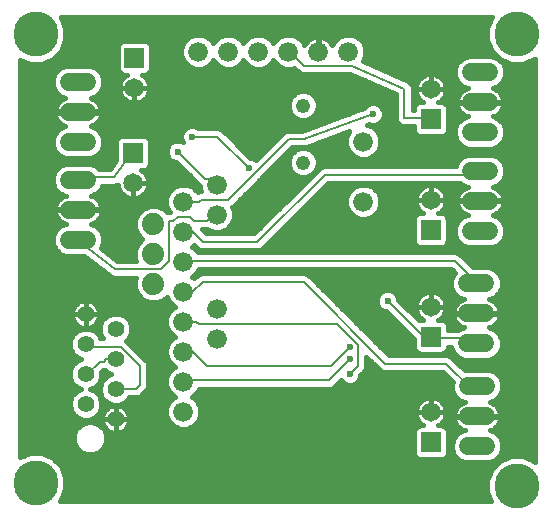
<source format=gbl>
G75*
G70*
%OFA0B0*%
%FSLAX24Y24*%
%IPPOS*%
%LPD*%
%AMOC8*
5,1,8,0,0,1.08239X$1,22.5*
%
%ADD10C,0.0480*%
%ADD11C,0.0600*%
%ADD12R,0.0650X0.0650*%
%ADD13C,0.0650*%
%ADD14C,0.0660*%
%ADD15C,0.0560*%
%ADD16C,0.0740*%
%ADD17C,0.0079*%
%ADD18C,0.0236*%
%ADD19C,0.0160*%
%ADD20C,0.1502*%
D10*
X012008Y012403D03*
X012008Y014303D03*
D11*
X017606Y014414D02*
X018206Y014414D01*
X018206Y015414D02*
X017606Y015414D01*
X017606Y013414D02*
X018206Y013414D01*
X018208Y012128D02*
X017608Y012128D01*
X017608Y011128D02*
X018208Y011128D01*
X018208Y010128D02*
X017608Y010128D01*
X017483Y008378D02*
X018083Y008378D01*
X018083Y007378D02*
X017483Y007378D01*
X017483Y006378D02*
X018083Y006378D01*
X018106Y004950D02*
X017506Y004950D01*
X017506Y003950D02*
X018106Y003950D01*
X018106Y002950D02*
X017506Y002950D01*
X004808Y009831D02*
X004208Y009831D01*
X004208Y010831D02*
X004808Y010831D01*
X004808Y011831D02*
X004208Y011831D01*
X004200Y013088D02*
X004800Y013088D01*
X004800Y014088D02*
X004200Y014088D01*
X004200Y015088D02*
X004800Y015088D01*
D12*
X006383Y015903D03*
X006333Y012728D03*
X016258Y013853D03*
X016258Y010153D03*
X016258Y006603D03*
X016258Y003078D03*
D13*
X016258Y004078D03*
X016258Y007603D03*
X016258Y011153D03*
X016258Y014853D03*
X006383Y014903D03*
X006333Y011728D03*
D14*
X008008Y011103D03*
X009133Y010666D03*
X008008Y010103D03*
X008008Y009103D03*
X008008Y008103D03*
X008008Y007103D03*
X009133Y007541D03*
X009133Y006541D03*
X008008Y006103D03*
X008008Y005103D03*
X008008Y004103D03*
X014008Y011103D03*
X014008Y013103D03*
X013508Y016103D03*
X012508Y016103D03*
X011508Y016103D03*
X010508Y016103D03*
X009508Y016103D03*
X008508Y016103D03*
X009133Y011666D03*
D15*
X004758Y007353D03*
X005758Y006853D03*
X004758Y006353D03*
X005758Y005853D03*
X004758Y005353D03*
X005758Y004853D03*
X004758Y004353D03*
X005758Y003853D03*
D16*
X007008Y008353D03*
X007008Y009353D03*
X007008Y010353D03*
D17*
X007538Y010463D02*
X007678Y010463D01*
X007818Y010603D01*
X008238Y010603D01*
X008378Y010463D01*
X008798Y010463D01*
X009008Y010673D01*
X009078Y010673D01*
X009133Y010666D01*
X009498Y011163D02*
X008588Y011163D01*
X008518Y011093D01*
X008028Y011093D01*
X008008Y011103D01*
X007538Y010463D02*
X007538Y009133D01*
X007258Y008853D01*
X005718Y008853D01*
X004424Y009847D01*
X004508Y009831D01*
X004508Y011831D02*
X004516Y011919D01*
X005706Y011919D01*
X006278Y012703D01*
X006333Y012728D01*
X007818Y012773D02*
X008728Y011863D01*
X008938Y011863D01*
X009078Y011723D01*
X009133Y011666D01*
X009498Y011163D02*
X011528Y013193D01*
X012018Y013193D01*
X014328Y014027D01*
X015378Y013893D02*
X016218Y013893D01*
X016258Y013853D01*
X015378Y013893D02*
X015378Y014873D01*
X013628Y015639D01*
X012018Y015639D01*
X011528Y016133D01*
X011508Y016103D01*
X009148Y013263D02*
X008308Y013263D01*
X009148Y013263D02*
X010198Y012213D01*
X010478Y009763D02*
X012718Y012003D01*
X017828Y012003D01*
X017898Y012073D01*
X017908Y012128D01*
X017058Y009133D02*
X008028Y009133D01*
X008008Y009103D01*
X008658Y009763D02*
X008308Y010113D01*
X008028Y010113D01*
X008008Y010103D01*
X008658Y009763D02*
X010478Y009763D01*
X012018Y008433D02*
X008658Y008433D01*
X008308Y008083D01*
X008028Y008083D01*
X008008Y008103D01*
X008008Y007103D02*
X008448Y007103D01*
X008518Y007033D01*
X013138Y007033D01*
X013838Y006333D01*
X013838Y005633D01*
X013558Y005353D01*
X013558Y005843D02*
X012858Y005143D01*
X008028Y005143D01*
X008008Y005103D01*
X008798Y005633D02*
X008308Y006123D01*
X008028Y006123D01*
X008008Y006103D01*
X008798Y005633D02*
X012928Y005633D01*
X013558Y006263D01*
X014748Y005703D02*
X012018Y008433D01*
X014818Y007803D02*
X016008Y006613D01*
X016218Y006613D01*
X016258Y006603D01*
X016288Y006543D01*
X017618Y006543D01*
X017783Y006378D01*
X016778Y005703D02*
X014748Y005703D01*
X016778Y005703D02*
X017688Y004793D01*
X017806Y004950D01*
X017783Y008378D02*
X017758Y008433D01*
X017058Y009133D01*
X006558Y005633D02*
X006558Y004989D01*
X006433Y004863D01*
X005788Y004863D01*
X005758Y004853D01*
X005228Y005773D02*
X004808Y005353D01*
X004758Y005353D01*
X005228Y005773D02*
X005368Y005773D01*
X005438Y005843D01*
X005718Y005843D01*
X005758Y005853D01*
X005928Y006263D02*
X006558Y005633D01*
X005928Y006263D02*
X004878Y006263D01*
X004808Y006333D01*
X004758Y006353D01*
D18*
X010198Y012213D03*
X008308Y013263D03*
X007818Y012773D03*
X007320Y013219D03*
X014328Y014027D03*
X014818Y007803D03*
X013558Y006263D03*
X013558Y005843D03*
X013558Y005353D03*
D19*
X013867Y005162D02*
X016924Y005162D01*
X016985Y005101D02*
X016966Y005057D01*
X016966Y004843D01*
X017049Y004644D01*
X017201Y004492D01*
X017386Y004416D01*
X017322Y004395D01*
X017255Y004361D01*
X017194Y004316D01*
X017140Y004263D01*
X017096Y004202D01*
X017062Y004134D01*
X017038Y004062D01*
X017026Y003988D01*
X017026Y003970D01*
X017786Y003970D01*
X017786Y003930D01*
X017026Y003930D01*
X017026Y003912D01*
X017038Y003838D01*
X017062Y003766D01*
X017096Y003699D01*
X017140Y003637D01*
X017194Y003584D01*
X017255Y003540D01*
X017322Y003505D01*
X017386Y003485D01*
X017201Y003408D01*
X017049Y003256D01*
X016966Y003057D01*
X016966Y002843D01*
X017049Y002644D01*
X017201Y002492D01*
X017399Y002410D01*
X018214Y002410D01*
X018412Y002492D01*
X018564Y002644D01*
X018646Y002843D01*
X018646Y003057D01*
X018564Y003256D01*
X018412Y003408D01*
X018227Y003485D01*
X018291Y003505D01*
X018358Y003540D01*
X018419Y003584D01*
X018473Y003637D01*
X018517Y003699D01*
X018551Y003766D01*
X018575Y003838D01*
X018586Y003912D01*
X018586Y003930D01*
X017826Y003930D01*
X017826Y003970D01*
X018586Y003970D01*
X018586Y003988D01*
X018575Y004062D01*
X018551Y004134D01*
X018517Y004202D01*
X018473Y004263D01*
X018419Y004316D01*
X018358Y004361D01*
X018291Y004395D01*
X018227Y004416D01*
X018412Y004492D01*
X018564Y004644D01*
X018646Y004843D01*
X018646Y005057D01*
X018564Y005256D01*
X018412Y005408D01*
X018214Y005490D01*
X017399Y005490D01*
X017390Y005486D01*
X017015Y005861D01*
X016936Y005940D01*
X016834Y005983D01*
X014864Y005983D01*
X012255Y008591D01*
X012176Y008670D01*
X012074Y008713D01*
X008602Y008713D01*
X008500Y008670D01*
X008374Y008544D01*
X008331Y008586D01*
X008290Y008603D01*
X008331Y008620D01*
X008491Y008780D01*
X008522Y008854D01*
X016942Y008854D01*
X017069Y008728D01*
X017025Y008684D01*
X016943Y008486D01*
X016943Y008271D01*
X017025Y008072D01*
X017177Y007920D01*
X017362Y007844D01*
X017299Y007823D01*
X017231Y007789D01*
X017170Y007744D01*
X017117Y007691D01*
X017072Y007630D01*
X017038Y007562D01*
X017015Y007491D01*
X017003Y007416D01*
X017003Y007398D01*
X017763Y007398D01*
X017763Y007358D01*
X017003Y007358D01*
X017003Y007340D01*
X017015Y007266D01*
X017038Y007194D01*
X017072Y007127D01*
X017117Y007066D01*
X017170Y007012D01*
X017231Y006968D01*
X017299Y006933D01*
X017362Y006913D01*
X017177Y006836D01*
X017164Y006823D01*
X016823Y006823D01*
X016823Y006976D01*
X016786Y007064D01*
X017118Y007064D01*
X017029Y007223D02*
X016592Y007223D01*
X016587Y007218D02*
X016643Y007274D01*
X016690Y007339D01*
X016726Y007409D01*
X016751Y007485D01*
X016763Y007563D01*
X016763Y007603D01*
X016258Y007603D01*
X016258Y007603D01*
X015753Y007603D01*
X015753Y007563D01*
X015765Y007485D01*
X015790Y007409D01*
X015826Y007339D01*
X015873Y007274D01*
X015929Y007218D01*
X015993Y007171D01*
X015999Y007168D01*
X015885Y007168D01*
X015859Y007157D01*
X015176Y007840D01*
X015176Y007874D01*
X015122Y008006D01*
X015021Y008107D01*
X014889Y008161D01*
X014747Y008161D01*
X014615Y008107D01*
X014514Y008006D01*
X014460Y007874D01*
X014460Y007732D01*
X014514Y007600D01*
X014615Y007500D01*
X014747Y007445D01*
X014781Y007445D01*
X015693Y006533D01*
X015693Y006230D01*
X015730Y006142D01*
X015797Y006075D01*
X015885Y006038D01*
X016631Y006038D01*
X016719Y006075D01*
X016786Y006142D01*
X016823Y006230D01*
X016823Y006264D01*
X016946Y006264D01*
X017025Y006072D01*
X017177Y005920D01*
X017376Y005838D01*
X018190Y005838D01*
X018389Y005920D01*
X018541Y006072D01*
X018623Y006271D01*
X018623Y006486D01*
X018541Y006684D01*
X018389Y006836D01*
X018204Y006913D01*
X018267Y006933D01*
X018335Y006968D01*
X018396Y007012D01*
X018449Y007066D01*
X018494Y007127D01*
X018528Y007194D01*
X018551Y007266D01*
X018563Y007340D01*
X018563Y007358D01*
X017803Y007358D01*
X017803Y007398D01*
X018563Y007398D01*
X018563Y007416D01*
X018551Y007491D01*
X018528Y007562D01*
X018494Y007630D01*
X018449Y007691D01*
X018396Y007744D01*
X018335Y007789D01*
X018267Y007823D01*
X018204Y007844D01*
X018389Y007920D01*
X018541Y008072D01*
X018623Y008271D01*
X018623Y008486D01*
X018541Y008684D01*
X018389Y008836D01*
X018190Y008918D01*
X017668Y008918D01*
X017295Y009291D01*
X017216Y009370D01*
X017114Y009413D01*
X008497Y009413D01*
X008491Y009426D01*
X008331Y009586D01*
X008290Y009603D01*
X008331Y009620D01*
X008369Y009658D01*
X008500Y009526D01*
X008602Y009484D01*
X010534Y009484D01*
X010636Y009526D01*
X010715Y009605D01*
X012834Y011724D01*
X017249Y011724D01*
X017302Y011670D01*
X017487Y011594D01*
X017424Y011573D01*
X017356Y011539D01*
X017295Y011494D01*
X017242Y011441D01*
X017197Y011380D01*
X017163Y011312D01*
X017140Y011241D01*
X017128Y011166D01*
X017128Y011148D01*
X017888Y011148D01*
X017888Y011108D01*
X017128Y011108D01*
X017128Y011090D01*
X017140Y011016D01*
X017163Y010944D01*
X017197Y010877D01*
X017242Y010816D01*
X017295Y010762D01*
X017356Y010718D01*
X017424Y010683D01*
X017487Y010663D01*
X017302Y010586D01*
X017150Y010434D01*
X017068Y010236D01*
X017068Y010021D01*
X017150Y009822D01*
X017302Y009670D01*
X017501Y009588D01*
X018315Y009588D01*
X018514Y009670D01*
X018666Y009822D01*
X018748Y010021D01*
X018748Y010236D01*
X018666Y010434D01*
X018514Y010586D01*
X018329Y010663D01*
X018392Y010683D01*
X018460Y010718D01*
X018521Y010762D01*
X018574Y010816D01*
X018619Y010877D01*
X018653Y010944D01*
X018676Y011016D01*
X018688Y011090D01*
X018688Y011108D01*
X017928Y011108D01*
X017928Y011148D01*
X018688Y011148D01*
X018688Y011166D01*
X018676Y011241D01*
X018653Y011312D01*
X018619Y011380D01*
X018574Y011441D01*
X018521Y011494D01*
X018460Y011539D01*
X018392Y011573D01*
X018329Y011594D01*
X018514Y011670D01*
X018666Y011822D01*
X018748Y012021D01*
X018748Y012236D01*
X018666Y012434D01*
X018514Y012586D01*
X018315Y012668D01*
X017501Y012668D01*
X017302Y012586D01*
X017150Y012434D01*
X017087Y012283D01*
X012662Y012283D01*
X012560Y012240D01*
X010362Y010043D01*
X008774Y010043D01*
X008632Y010184D01*
X008809Y010184D01*
X008810Y010183D01*
X009020Y010096D01*
X009246Y010096D01*
X009456Y010183D01*
X009616Y010343D01*
X009703Y010552D01*
X009703Y010779D01*
X009644Y010921D01*
X009656Y010926D01*
X009735Y011005D01*
X011644Y012914D01*
X012012Y012914D01*
X012061Y012912D01*
X012067Y012914D01*
X012074Y012914D01*
X012119Y012933D01*
X013546Y013448D01*
X013525Y013426D01*
X013438Y013217D01*
X013438Y012990D01*
X013525Y012780D01*
X013685Y012620D01*
X013895Y012533D01*
X014121Y012533D01*
X014331Y012620D01*
X014491Y012780D01*
X014578Y012990D01*
X014578Y013217D01*
X014491Y013426D01*
X014331Y013586D01*
X014145Y013664D01*
X014211Y013688D01*
X014257Y013669D01*
X014399Y013669D01*
X014531Y013723D01*
X014632Y013824D01*
X014686Y013956D01*
X014686Y014098D01*
X014632Y014230D01*
X014531Y014330D01*
X014399Y014385D01*
X014257Y014385D01*
X014125Y014330D01*
X014024Y014230D01*
X014017Y014212D01*
X011969Y013473D01*
X011472Y013473D01*
X011370Y013430D01*
X010429Y012489D01*
X010401Y012517D01*
X010269Y012571D01*
X010235Y012571D01*
X009385Y013421D01*
X009306Y013500D01*
X009204Y013543D01*
X008535Y013543D01*
X008511Y013567D01*
X008379Y013621D01*
X008237Y013621D01*
X008105Y013567D01*
X008004Y013466D01*
X007950Y013334D01*
X007950Y013192D01*
X007993Y013088D01*
X007889Y013131D01*
X007747Y013131D01*
X007615Y013077D01*
X007514Y012976D01*
X007460Y012844D01*
X007460Y012702D01*
X007514Y012570D01*
X007615Y012470D01*
X007747Y012415D01*
X007781Y012415D01*
X008491Y011705D01*
X008563Y011633D01*
X008563Y011552D01*
X008608Y011443D01*
X008532Y011443D01*
X008491Y011426D01*
X008331Y011586D01*
X008121Y011673D01*
X007895Y011673D01*
X007685Y011586D01*
X007525Y011426D01*
X007438Y011217D01*
X007438Y010990D01*
X007525Y010780D01*
X007562Y010743D01*
X007482Y010743D01*
X007482Y010742D01*
X007354Y010870D01*
X007129Y010963D01*
X006887Y010963D01*
X006662Y010870D01*
X006491Y010699D01*
X006398Y010475D01*
X006398Y010232D01*
X006491Y010008D01*
X006645Y009853D01*
X006491Y009699D01*
X006398Y009475D01*
X006398Y009232D01*
X006439Y009133D01*
X005813Y009133D01*
X005274Y009546D01*
X005348Y009724D01*
X005348Y009939D01*
X005266Y010137D01*
X005114Y010289D01*
X004929Y010366D01*
X004992Y010386D01*
X005060Y010421D01*
X005121Y010465D01*
X005174Y010519D01*
X005219Y010580D01*
X005253Y010647D01*
X005276Y010719D01*
X005288Y010793D01*
X005288Y010811D01*
X004528Y010811D01*
X004528Y010851D01*
X005288Y010851D01*
X005288Y010869D01*
X005276Y010944D01*
X005253Y011015D01*
X005219Y011083D01*
X005174Y011144D01*
X005121Y011197D01*
X005060Y011242D01*
X004992Y011276D01*
X004929Y011297D01*
X005114Y011373D01*
X005266Y011525D01*
X005313Y011640D01*
X005673Y011640D01*
X005694Y011635D01*
X005728Y011640D01*
X005762Y011640D01*
X005782Y011648D01*
X005804Y011652D01*
X005831Y011668D01*
X005840Y011610D01*
X005865Y011534D01*
X005901Y011464D01*
X005948Y011399D01*
X006004Y011343D01*
X006068Y011296D01*
X006139Y011260D01*
X006215Y011236D01*
X006293Y011223D01*
X006333Y011223D01*
X006373Y011223D01*
X006451Y011236D01*
X006527Y011260D01*
X006598Y011296D01*
X006662Y011343D01*
X006718Y011399D01*
X006765Y011464D01*
X006801Y011534D01*
X006826Y011610D01*
X006838Y011688D01*
X006838Y011728D01*
X006333Y011728D01*
X006333Y011223D01*
X006333Y011728D01*
X006333Y011728D01*
X006333Y011728D01*
X006838Y011728D01*
X006838Y011768D01*
X006826Y011846D01*
X006801Y011922D01*
X006765Y011993D01*
X006718Y012057D01*
X006662Y012113D01*
X006598Y012160D01*
X006592Y012163D01*
X006706Y012163D01*
X006794Y012200D01*
X006861Y012267D01*
X006898Y012355D01*
X006898Y013101D01*
X006861Y013189D01*
X006794Y013257D01*
X006706Y013293D01*
X005960Y013293D01*
X005872Y013257D01*
X005805Y013189D01*
X005768Y013101D01*
X005768Y012478D01*
X005564Y012199D01*
X005204Y012199D01*
X005114Y012289D01*
X004915Y012371D01*
X004101Y012371D01*
X003902Y012289D01*
X003750Y012137D01*
X003668Y011939D01*
X003668Y011724D01*
X003750Y011525D01*
X003902Y011373D01*
X004087Y011297D01*
X004024Y011276D01*
X003956Y011242D01*
X003895Y011197D01*
X003842Y011144D01*
X003797Y011083D01*
X003763Y011015D01*
X003740Y010944D01*
X003728Y010869D01*
X003728Y010851D01*
X004488Y010851D01*
X004488Y010811D01*
X003728Y010811D01*
X003728Y010793D01*
X003740Y010719D01*
X003763Y010647D01*
X003797Y010580D01*
X003842Y010519D01*
X003895Y010465D01*
X003956Y010421D01*
X004024Y010386D01*
X004087Y010366D01*
X003902Y010289D01*
X003750Y010137D01*
X003668Y009939D01*
X003668Y009724D01*
X003750Y009525D01*
X003902Y009373D01*
X004101Y009291D01*
X004689Y009291D01*
X005533Y008643D01*
X005560Y008616D01*
X005577Y008609D01*
X005592Y008598D01*
X005628Y008588D01*
X005662Y008574D01*
X005681Y008574D01*
X005699Y008569D01*
X005736Y008574D01*
X006439Y008574D01*
X006398Y008475D01*
X006398Y008232D01*
X006491Y008008D01*
X006662Y007836D01*
X006887Y007743D01*
X007129Y007743D01*
X007354Y007836D01*
X007458Y007941D01*
X007525Y007780D01*
X007685Y007620D01*
X007726Y007603D01*
X007685Y007586D01*
X007525Y007426D01*
X007438Y007217D01*
X007438Y006990D01*
X007525Y006780D01*
X007685Y006620D01*
X007726Y006603D01*
X007685Y006586D01*
X007525Y006426D01*
X007438Y006217D01*
X007438Y005990D01*
X007525Y005780D01*
X007685Y005620D01*
X007726Y005603D01*
X007685Y005586D01*
X007525Y005426D01*
X007438Y005217D01*
X007438Y004990D01*
X007525Y004780D01*
X007685Y004620D01*
X007726Y004603D01*
X007685Y004586D01*
X007525Y004426D01*
X007438Y004217D01*
X007438Y003990D01*
X007525Y003780D01*
X007685Y003620D01*
X007895Y003533D01*
X008121Y003533D01*
X008331Y003620D01*
X008491Y003780D01*
X008578Y003990D01*
X008578Y004217D01*
X008491Y004426D01*
X008331Y004586D01*
X008290Y004603D01*
X008331Y004620D01*
X008491Y004780D01*
X008526Y004864D01*
X012914Y004864D01*
X013016Y004906D01*
X013095Y004985D01*
X013257Y005147D01*
X013355Y005050D01*
X013487Y004995D01*
X013629Y004995D01*
X013761Y005050D01*
X013862Y005150D01*
X013916Y005282D01*
X013916Y005316D01*
X013996Y005396D01*
X014075Y005475D01*
X014117Y005578D01*
X014117Y005939D01*
X014590Y005466D01*
X014692Y005424D01*
X016662Y005424D01*
X016985Y005101D01*
X016966Y005004D02*
X013650Y005004D01*
X013466Y005004D02*
X013114Y005004D01*
X013921Y005321D02*
X016765Y005321D01*
X017239Y005638D02*
X019728Y005638D01*
X019728Y005796D02*
X017080Y005796D01*
X017143Y005955D02*
X016901Y005955D01*
X017008Y006113D02*
X016757Y006113D01*
X016823Y006906D02*
X017345Y006906D01*
X016786Y007064D02*
X016719Y007132D01*
X016631Y007168D01*
X016517Y007168D01*
X016523Y007171D01*
X016587Y007218D01*
X016712Y007381D02*
X017763Y007381D01*
X017803Y007381D02*
X019728Y007381D01*
X019728Y007223D02*
X018537Y007223D01*
X018448Y007064D02*
X019728Y007064D01*
X019728Y006906D02*
X018221Y006906D01*
X018478Y006747D02*
X019728Y006747D01*
X019728Y006589D02*
X018580Y006589D01*
X018623Y006430D02*
X019728Y006430D01*
X019728Y006272D02*
X018623Y006272D01*
X018558Y006113D02*
X019728Y006113D01*
X019728Y005955D02*
X018423Y005955D01*
X018240Y005479D02*
X019728Y005479D01*
X019728Y005321D02*
X018499Y005321D01*
X018603Y005162D02*
X019728Y005162D01*
X019728Y005004D02*
X018646Y005004D01*
X018646Y004845D02*
X019728Y004845D01*
X019728Y004687D02*
X018582Y004687D01*
X018448Y004528D02*
X019728Y004528D01*
X019728Y004370D02*
X018340Y004370D01*
X018510Y004211D02*
X019728Y004211D01*
X019728Y004053D02*
X018576Y004053D01*
X018584Y003894D02*
X019728Y003894D01*
X019728Y003736D02*
X018536Y003736D01*
X018410Y003577D02*
X019728Y003577D01*
X019728Y003419D02*
X018386Y003419D01*
X018560Y003260D02*
X019728Y003260D01*
X019728Y003102D02*
X018628Y003102D01*
X018646Y002943D02*
X019728Y002943D01*
X019728Y002785D02*
X018622Y002785D01*
X018546Y002626D02*
X019728Y002626D01*
X019728Y002468D02*
X019684Y002468D01*
X019695Y002463D02*
X019331Y002614D01*
X018937Y002614D01*
X018573Y002463D01*
X018294Y002184D01*
X018143Y001820D01*
X018143Y001426D01*
X018266Y001128D01*
X003899Y001128D01*
X003931Y001160D01*
X004082Y001524D01*
X004082Y001918D01*
X003931Y002283D01*
X003652Y002562D01*
X003288Y002713D01*
X002894Y002713D01*
X002573Y002580D01*
X002573Y015824D01*
X002894Y015691D01*
X003288Y015691D01*
X003652Y015842D01*
X003931Y016121D01*
X004082Y016485D01*
X004082Y016879D01*
X003931Y017243D01*
X018294Y017243D01*
X018143Y016879D01*
X018143Y016485D01*
X018294Y016121D01*
X018573Y015842D01*
X018937Y015691D01*
X019331Y015691D01*
X019695Y015842D01*
X019728Y015874D01*
X019728Y002431D01*
X019695Y002463D01*
X018583Y002468D02*
X018353Y002468D01*
X018419Y002309D02*
X003905Y002309D01*
X003986Y002151D02*
X018280Y002151D01*
X018214Y001992D02*
X004051Y001992D01*
X004082Y001834D02*
X018148Y001834D01*
X018143Y001675D02*
X004082Y001675D01*
X004079Y001517D02*
X018143Y001517D01*
X018171Y001358D02*
X004013Y001358D01*
X003947Y001200D02*
X018236Y001200D01*
X017260Y002468D02*
X003746Y002468D01*
X003496Y002626D02*
X015726Y002626D01*
X015730Y002617D02*
X015797Y002550D01*
X015885Y002513D01*
X016631Y002513D01*
X016719Y002550D01*
X016786Y002617D01*
X016823Y002705D01*
X016823Y003451D01*
X016786Y003539D01*
X016719Y003607D01*
X016631Y003643D01*
X016517Y003643D01*
X016523Y003646D01*
X016587Y003693D01*
X016643Y003749D01*
X016690Y003814D01*
X016726Y003884D01*
X016751Y003960D01*
X016763Y004038D01*
X016763Y004078D01*
X016258Y004078D01*
X016258Y004078D01*
X015753Y004078D01*
X015753Y004038D01*
X015765Y003960D01*
X015790Y003884D01*
X015826Y003814D01*
X015873Y003749D01*
X015929Y003693D01*
X015993Y003646D01*
X015999Y003643D01*
X015885Y003643D01*
X015797Y003607D01*
X015730Y003539D01*
X015693Y003451D01*
X015693Y002705D01*
X015730Y002617D01*
X015693Y002785D02*
X005228Y002785D01*
X005205Y002762D02*
X005355Y002912D01*
X005437Y003109D01*
X005437Y003322D01*
X005355Y003519D01*
X005205Y003669D01*
X005008Y003751D01*
X004795Y003751D01*
X004598Y003669D01*
X004448Y003519D01*
X004366Y003322D01*
X004366Y003109D01*
X004448Y002912D01*
X004598Y002762D01*
X004795Y002680D01*
X005008Y002680D01*
X005205Y002762D01*
X005368Y002943D02*
X015693Y002943D01*
X015693Y003102D02*
X005434Y003102D01*
X005437Y003260D02*
X015693Y003260D01*
X015693Y003419D02*
X005909Y003419D01*
X005935Y003427D02*
X005999Y003460D01*
X006058Y003502D01*
X006109Y003554D01*
X006151Y003612D01*
X006184Y003677D01*
X006207Y003746D01*
X006218Y003817D01*
X006218Y003853D01*
X005758Y003853D01*
X005758Y003393D01*
X005794Y003393D01*
X005866Y003405D01*
X005935Y003427D01*
X005758Y003419D02*
X005758Y003419D01*
X005758Y003393D02*
X005758Y003853D01*
X005758Y003853D01*
X005298Y003853D01*
X005298Y003817D01*
X005309Y003746D01*
X005332Y003677D01*
X005365Y003612D01*
X005407Y003554D01*
X005458Y003502D01*
X005517Y003460D01*
X005581Y003427D01*
X005650Y003405D01*
X005722Y003393D01*
X005758Y003393D01*
X005607Y003419D02*
X005397Y003419D01*
X005390Y003577D02*
X005297Y003577D01*
X005313Y003736D02*
X005044Y003736D01*
X005009Y003894D02*
X005299Y003894D01*
X005298Y003889D02*
X005298Y003853D01*
X005758Y003853D01*
X005758Y003853D01*
X005758Y003853D01*
X006218Y003853D01*
X006218Y003889D01*
X006207Y003961D01*
X006184Y004030D01*
X006151Y004094D01*
X006109Y004153D01*
X006058Y004204D01*
X005999Y004247D01*
X005935Y004280D01*
X005866Y004302D01*
X005794Y004313D01*
X005758Y004313D01*
X005758Y003853D01*
X005758Y004313D01*
X005722Y004313D01*
X005650Y004302D01*
X005581Y004280D01*
X005517Y004247D01*
X005458Y004204D01*
X005407Y004153D01*
X005365Y004094D01*
X005332Y004030D01*
X005309Y003961D01*
X005298Y003889D01*
X005343Y004053D02*
X005193Y004053D01*
X005199Y004059D02*
X005278Y004250D01*
X005278Y004457D01*
X005199Y004648D01*
X005053Y004794D01*
X004910Y004853D01*
X005053Y004912D01*
X005199Y005059D01*
X005278Y005250D01*
X005278Y005428D01*
X005344Y005494D01*
X005382Y005494D01*
X005463Y005412D01*
X005606Y005353D01*
X005463Y005294D01*
X005317Y005148D01*
X005238Y004957D01*
X005238Y004750D01*
X005317Y004559D01*
X005463Y004412D01*
X005655Y004333D01*
X005861Y004333D01*
X006053Y004412D01*
X006199Y004559D01*
X006209Y004584D01*
X006488Y004584D01*
X006591Y004626D01*
X006716Y004752D01*
X006795Y004830D01*
X006837Y004933D01*
X006837Y005689D01*
X006795Y005791D01*
X006716Y005870D01*
X006113Y006473D01*
X006199Y006559D01*
X006278Y006750D01*
X006278Y006957D01*
X006199Y007148D01*
X006053Y007294D01*
X005861Y007373D01*
X005655Y007373D01*
X005463Y007294D01*
X005317Y007148D01*
X005238Y006957D01*
X005238Y006750D01*
X005317Y006559D01*
X005333Y006543D01*
X005242Y006543D01*
X005199Y006648D01*
X005053Y006794D01*
X004861Y006873D01*
X004655Y006873D01*
X004463Y006794D01*
X004317Y006648D01*
X004238Y006457D01*
X004238Y006250D01*
X004317Y006059D01*
X004463Y005912D01*
X004606Y005853D01*
X004463Y005794D01*
X004317Y005648D01*
X004238Y005457D01*
X004238Y005250D01*
X004317Y005059D01*
X004463Y004912D01*
X004606Y004853D01*
X004463Y004794D01*
X004317Y004648D01*
X004238Y004457D01*
X004238Y004250D01*
X004317Y004059D01*
X004463Y003912D01*
X004655Y003833D01*
X004861Y003833D01*
X005053Y003912D01*
X005199Y004059D01*
X005262Y004211D02*
X005468Y004211D01*
X005566Y004370D02*
X005278Y004370D01*
X005248Y004528D02*
X005348Y004528D01*
X005264Y004687D02*
X005160Y004687D01*
X005238Y004845D02*
X004929Y004845D01*
X005144Y005004D02*
X005258Y005004D01*
X005242Y005162D02*
X005332Y005162D01*
X005278Y005321D02*
X005528Y005321D01*
X005397Y005479D02*
X005329Y005479D01*
X004469Y005796D02*
X002573Y005796D01*
X002573Y005638D02*
X004313Y005638D01*
X004247Y005479D02*
X002573Y005479D01*
X002573Y005321D02*
X004238Y005321D01*
X004274Y005162D02*
X002573Y005162D01*
X002573Y005004D02*
X004372Y005004D01*
X004587Y004845D02*
X002573Y004845D01*
X002573Y004687D02*
X004356Y004687D01*
X004268Y004528D02*
X002573Y004528D01*
X002573Y004370D02*
X004238Y004370D01*
X004254Y004211D02*
X002573Y004211D01*
X002573Y004053D02*
X004323Y004053D01*
X004507Y003894D02*
X002573Y003894D01*
X002573Y003736D02*
X004759Y003736D01*
X004507Y003577D02*
X002573Y003577D01*
X002573Y003419D02*
X004407Y003419D01*
X004366Y003260D02*
X002573Y003260D01*
X002573Y003102D02*
X004369Y003102D01*
X004435Y002943D02*
X002573Y002943D01*
X002573Y002785D02*
X004575Y002785D01*
X005758Y003577D02*
X005758Y003577D01*
X005758Y003736D02*
X005758Y003736D01*
X005758Y003853D02*
X005758Y003853D01*
X005758Y003894D02*
X005758Y003894D01*
X005758Y004053D02*
X005758Y004053D01*
X005758Y004211D02*
X005758Y004211D01*
X005950Y004370D02*
X007501Y004370D01*
X007438Y004211D02*
X006048Y004211D01*
X006173Y004053D02*
X007438Y004053D01*
X007478Y003894D02*
X006217Y003894D01*
X006203Y003736D02*
X007569Y003736D01*
X007788Y003577D02*
X006126Y003577D01*
X006168Y004528D02*
X007627Y004528D01*
X007618Y004687D02*
X006651Y004687D01*
X006801Y004845D02*
X007498Y004845D01*
X007438Y005004D02*
X006837Y005004D01*
X006837Y005162D02*
X007438Y005162D01*
X007481Y005321D02*
X006837Y005321D01*
X006837Y005479D02*
X007578Y005479D01*
X007667Y005638D02*
X006837Y005638D01*
X006790Y005796D02*
X007518Y005796D01*
X007453Y005955D02*
X006632Y005955D01*
X006473Y006113D02*
X007438Y006113D01*
X007461Y006272D02*
X006315Y006272D01*
X006156Y006430D02*
X007529Y006430D01*
X007691Y006589D02*
X006211Y006589D01*
X006277Y006747D02*
X007558Y006747D01*
X007473Y006906D02*
X006278Y006906D01*
X006233Y007064D02*
X007438Y007064D01*
X007441Y007223D02*
X006124Y007223D01*
X005392Y007223D02*
X005199Y007223D01*
X005207Y007246D02*
X005218Y007317D01*
X005218Y007353D01*
X004758Y007353D01*
X004758Y006893D01*
X004794Y006893D01*
X004866Y006905D01*
X004935Y006927D01*
X004999Y006960D01*
X005058Y007002D01*
X005109Y007054D01*
X005151Y007112D01*
X005184Y007177D01*
X005207Y007246D01*
X005218Y007353D02*
X005218Y007389D01*
X005207Y007461D01*
X005184Y007530D01*
X005151Y007594D01*
X005109Y007653D01*
X005058Y007704D01*
X004999Y007747D01*
X004935Y007780D01*
X004866Y007802D01*
X004794Y007813D01*
X004758Y007813D01*
X004758Y007353D01*
X004758Y007353D01*
X004758Y006893D01*
X004722Y006893D01*
X004650Y006905D01*
X004581Y006927D01*
X004517Y006960D01*
X004458Y007002D01*
X004407Y007054D01*
X004365Y007112D01*
X004332Y007177D01*
X004309Y007246D01*
X004298Y007317D01*
X004298Y007353D01*
X004758Y007353D01*
X004758Y007353D01*
X004758Y007353D01*
X004298Y007353D01*
X004298Y007389D01*
X004309Y007461D01*
X004332Y007530D01*
X004365Y007594D01*
X004407Y007653D01*
X004458Y007704D01*
X004517Y007747D01*
X004581Y007780D01*
X004650Y007802D01*
X004722Y007813D01*
X004758Y007813D01*
X004758Y007353D01*
X005218Y007353D01*
X005218Y007381D02*
X007506Y007381D01*
X007638Y007540D02*
X005179Y007540D01*
X005064Y007698D02*
X007607Y007698D01*
X007493Y007857D02*
X007374Y007857D01*
X006642Y007857D02*
X002573Y007857D01*
X002573Y008015D02*
X006488Y008015D01*
X006422Y008174D02*
X002573Y008174D01*
X002573Y008332D02*
X006398Y008332D01*
X006405Y008491D02*
X002573Y008491D01*
X002573Y008649D02*
X005525Y008649D01*
X005319Y008808D02*
X002573Y008808D01*
X002573Y008966D02*
X005112Y008966D01*
X004906Y009125D02*
X002573Y009125D01*
X002573Y009283D02*
X004700Y009283D01*
X005297Y009600D02*
X006450Y009600D01*
X006398Y009442D02*
X005410Y009442D01*
X005617Y009283D02*
X006398Y009283D01*
X006551Y009759D02*
X005348Y009759D01*
X005348Y009917D02*
X006581Y009917D01*
X006463Y010076D02*
X005291Y010076D01*
X005169Y010234D02*
X006398Y010234D01*
X006398Y010393D02*
X005005Y010393D01*
X005198Y010551D02*
X006430Y010551D01*
X006502Y010710D02*
X005273Y010710D01*
X005288Y010868D02*
X006660Y010868D01*
X006663Y011344D02*
X007491Y011344D01*
X007438Y011185D02*
X005133Y011185D01*
X005042Y011344D02*
X006003Y011344D01*
X005881Y011502D02*
X005243Y011502D01*
X005819Y011661D02*
X005832Y011661D01*
X006333Y011661D02*
X006333Y011661D01*
X006333Y011502D02*
X006333Y011502D01*
X006333Y011344D02*
X006333Y011344D01*
X006785Y011502D02*
X007601Y011502D01*
X007865Y011661D02*
X006834Y011661D01*
X006830Y011819D02*
X008377Y011819D01*
X008535Y011661D02*
X008151Y011661D01*
X008415Y011502D02*
X008584Y011502D01*
X008491Y011426D02*
X008491Y011426D01*
X008218Y011978D02*
X006773Y011978D01*
X006631Y012136D02*
X008060Y012136D01*
X007901Y012295D02*
X006873Y012295D01*
X006898Y012453D02*
X007655Y012453D01*
X007497Y012612D02*
X006898Y012612D01*
X006898Y012770D02*
X007460Y012770D01*
X007495Y012929D02*
X006898Y012929D01*
X006898Y013087D02*
X007640Y013087D01*
X007950Y013246D02*
X006805Y013246D01*
X005861Y013246D02*
X005319Y013246D01*
X005340Y013196D02*
X005258Y013394D01*
X005106Y013546D01*
X004921Y013623D01*
X004984Y013643D01*
X005052Y013678D01*
X005113Y013722D01*
X005166Y013776D01*
X005211Y013837D01*
X005245Y013904D01*
X005268Y013976D01*
X005280Y014050D01*
X005280Y014068D01*
X004520Y014068D01*
X004520Y014108D01*
X005280Y014108D01*
X005280Y014126D01*
X005268Y014201D01*
X005245Y014272D01*
X005211Y014340D01*
X005166Y014401D01*
X005113Y014454D01*
X005052Y014499D01*
X004984Y014533D01*
X004921Y014554D01*
X005106Y014630D01*
X005258Y014782D01*
X005340Y014981D01*
X005340Y015196D01*
X005258Y015394D01*
X005106Y015546D01*
X004907Y015628D01*
X004093Y015628D01*
X003894Y015546D01*
X003742Y015394D01*
X003660Y015196D01*
X003660Y014981D01*
X003742Y014782D01*
X003894Y014630D01*
X004079Y014554D01*
X004016Y014533D01*
X003948Y014499D01*
X003887Y014454D01*
X003834Y014401D01*
X003789Y014340D01*
X003755Y014272D01*
X003732Y014201D01*
X003720Y014126D01*
X003720Y014108D01*
X004480Y014108D01*
X004480Y014068D01*
X003720Y014068D01*
X003720Y014050D01*
X003732Y013976D01*
X003755Y013904D01*
X003789Y013837D01*
X003834Y013776D01*
X003887Y013722D01*
X003948Y013678D01*
X004016Y013643D01*
X004079Y013623D01*
X003894Y013546D01*
X003742Y013394D01*
X003660Y013196D01*
X003660Y012981D01*
X003742Y012782D01*
X003894Y012630D01*
X004093Y012548D01*
X004907Y012548D01*
X005106Y012630D01*
X005258Y012782D01*
X005340Y012981D01*
X005340Y013196D01*
X005340Y013087D02*
X005768Y013087D01*
X005768Y012929D02*
X005318Y012929D01*
X005246Y012770D02*
X005768Y012770D01*
X005768Y012612D02*
X005061Y012612D01*
X005100Y012295D02*
X005634Y012295D01*
X005750Y012453D02*
X002573Y012453D01*
X002573Y012295D02*
X003916Y012295D01*
X003750Y012136D02*
X002573Y012136D01*
X002573Y011978D02*
X003684Y011978D01*
X003668Y011819D02*
X002573Y011819D01*
X002573Y011661D02*
X003694Y011661D01*
X003773Y011502D02*
X002573Y011502D01*
X002573Y011344D02*
X003974Y011344D01*
X003883Y011185D02*
X002573Y011185D01*
X002573Y011027D02*
X003769Y011027D01*
X003728Y010868D02*
X002573Y010868D01*
X002573Y010710D02*
X003743Y010710D01*
X003818Y010551D02*
X002573Y010551D01*
X002573Y010393D02*
X004011Y010393D01*
X003847Y010234D02*
X002573Y010234D01*
X002573Y010076D02*
X003725Y010076D01*
X003668Y009917D02*
X002573Y009917D01*
X002573Y009759D02*
X003668Y009759D01*
X003719Y009600D02*
X002573Y009600D01*
X002573Y009442D02*
X003834Y009442D01*
X004452Y007698D02*
X002573Y007698D01*
X002573Y007540D02*
X004337Y007540D01*
X004298Y007381D02*
X002573Y007381D01*
X002573Y007223D02*
X004317Y007223D01*
X004399Y007064D02*
X002573Y007064D01*
X002573Y006906D02*
X004647Y006906D01*
X004758Y006906D02*
X004758Y006906D01*
X004869Y006906D02*
X005238Y006906D01*
X005239Y006747D02*
X005099Y006747D01*
X005223Y006589D02*
X005305Y006589D01*
X005283Y007064D02*
X005117Y007064D01*
X004758Y007064D02*
X004758Y007064D01*
X004758Y007223D02*
X004758Y007223D01*
X004758Y007353D02*
X004758Y007353D01*
X004758Y007381D02*
X004758Y007381D01*
X004758Y007540D02*
X004758Y007540D01*
X004758Y007698D02*
X004758Y007698D01*
X004417Y006747D02*
X002573Y006747D01*
X002573Y006589D02*
X004293Y006589D01*
X004238Y006430D02*
X002573Y006430D01*
X002573Y006272D02*
X004238Y006272D01*
X004295Y006113D02*
X002573Y006113D01*
X002573Y005955D02*
X004421Y005955D01*
X008228Y003577D02*
X015768Y003577D01*
X015886Y003736D02*
X008447Y003736D01*
X008538Y003894D02*
X015787Y003894D01*
X015753Y004053D02*
X008578Y004053D01*
X008578Y004211D02*
X015770Y004211D01*
X015765Y004196D02*
X015753Y004118D01*
X015753Y004078D01*
X016258Y004078D01*
X016258Y004078D01*
X016763Y004078D01*
X016763Y004118D01*
X016751Y004196D01*
X016726Y004272D01*
X016690Y004343D01*
X016643Y004407D01*
X016587Y004463D01*
X016523Y004510D01*
X016452Y004546D01*
X016376Y004571D01*
X016298Y004583D01*
X016258Y004583D01*
X016258Y004078D01*
X016258Y004583D01*
X016218Y004583D01*
X016140Y004571D01*
X016064Y004546D01*
X015993Y004510D01*
X015929Y004463D01*
X015873Y004407D01*
X015826Y004343D01*
X015790Y004272D01*
X015765Y004196D01*
X015846Y004370D02*
X008515Y004370D01*
X008389Y004528D02*
X016029Y004528D01*
X016258Y004528D02*
X016258Y004528D01*
X016258Y004370D02*
X016258Y004370D01*
X016258Y004211D02*
X016258Y004211D01*
X016258Y004078D02*
X016258Y004078D01*
X016670Y004370D02*
X017273Y004370D01*
X017165Y004528D02*
X016487Y004528D01*
X016746Y004211D02*
X017103Y004211D01*
X017037Y004053D02*
X016763Y004053D01*
X016729Y003894D02*
X017029Y003894D01*
X017077Y003736D02*
X016630Y003736D01*
X016748Y003577D02*
X017203Y003577D01*
X017227Y003419D02*
X016823Y003419D01*
X016823Y003260D02*
X017053Y003260D01*
X016985Y003102D02*
X016823Y003102D01*
X016823Y002943D02*
X016966Y002943D01*
X016990Y002785D02*
X016823Y002785D01*
X016790Y002626D02*
X017067Y002626D01*
X017031Y004687D02*
X008398Y004687D01*
X008518Y004845D02*
X016966Y004845D01*
X015759Y006113D02*
X014733Y006113D01*
X014575Y006272D02*
X015693Y006272D01*
X015693Y006430D02*
X014416Y006430D01*
X014258Y006589D02*
X015637Y006589D01*
X015479Y006747D02*
X014099Y006747D01*
X013941Y006906D02*
X015320Y006906D01*
X015162Y007064D02*
X013782Y007064D01*
X013624Y007223D02*
X015003Y007223D01*
X014845Y007381D02*
X013465Y007381D01*
X013307Y007540D02*
X014575Y007540D01*
X014474Y007698D02*
X013148Y007698D01*
X012990Y007857D02*
X014460Y007857D01*
X014524Y008015D02*
X012831Y008015D01*
X012673Y008174D02*
X016983Y008174D01*
X016943Y008332D02*
X012514Y008332D01*
X012356Y008491D02*
X016945Y008491D01*
X017011Y008649D02*
X012197Y008649D01*
X010869Y009759D02*
X015702Y009759D01*
X015693Y009780D02*
X015730Y009692D01*
X015797Y009625D01*
X015885Y009588D01*
X016631Y009588D01*
X016719Y009625D01*
X016786Y009692D01*
X016823Y009780D01*
X016823Y010526D01*
X016786Y010614D01*
X016719Y010682D01*
X016631Y010718D01*
X016517Y010718D01*
X016523Y010721D01*
X016587Y010768D01*
X016643Y010824D01*
X016690Y010889D01*
X016726Y010959D01*
X016751Y011035D01*
X016763Y011113D01*
X016763Y011153D01*
X016258Y011153D01*
X016258Y011153D01*
X015753Y011153D01*
X015753Y011113D01*
X015765Y011035D01*
X015790Y010959D01*
X015826Y010889D01*
X015873Y010824D01*
X015929Y010768D01*
X015993Y010721D01*
X015999Y010718D01*
X015885Y010718D01*
X015797Y010682D01*
X015730Y010614D01*
X015693Y010526D01*
X015693Y009780D01*
X015693Y009917D02*
X011027Y009917D01*
X011186Y010076D02*
X015693Y010076D01*
X015693Y010234D02*
X011344Y010234D01*
X011503Y010393D02*
X015693Y010393D01*
X015703Y010551D02*
X014165Y010551D01*
X014121Y010533D02*
X014331Y010620D01*
X014491Y010780D01*
X014578Y010990D01*
X014578Y011217D01*
X014491Y011426D01*
X014331Y011586D01*
X014121Y011673D01*
X013895Y011673D01*
X013685Y011586D01*
X013525Y011426D01*
X013438Y011217D01*
X013438Y010990D01*
X013525Y010780D01*
X013685Y010620D01*
X013895Y010533D01*
X014121Y010533D01*
X014421Y010710D02*
X015865Y010710D01*
X015841Y010868D02*
X014528Y010868D01*
X014578Y011027D02*
X015768Y011027D01*
X015753Y011153D02*
X016258Y011153D01*
X016258Y011153D01*
X016763Y011153D01*
X016763Y011193D01*
X016751Y011271D01*
X016726Y011347D01*
X016690Y011418D01*
X016643Y011482D01*
X016587Y011538D01*
X016523Y011585D01*
X016452Y011621D01*
X016376Y011646D01*
X016298Y011658D01*
X016258Y011658D01*
X016218Y011658D01*
X016140Y011646D01*
X016064Y011621D01*
X015993Y011585D01*
X015929Y011538D01*
X015873Y011482D01*
X015826Y011418D01*
X015790Y011347D01*
X015765Y011271D01*
X015753Y011193D01*
X015753Y011153D01*
X015753Y011185D02*
X014578Y011185D01*
X014525Y011344D02*
X015789Y011344D01*
X015893Y011502D02*
X014415Y011502D01*
X014151Y011661D02*
X017325Y011661D01*
X017306Y011502D02*
X016623Y011502D01*
X016727Y011344D02*
X017179Y011344D01*
X017131Y011185D02*
X016763Y011185D01*
X016748Y011027D02*
X017138Y011027D01*
X017204Y010868D02*
X016675Y010868D01*
X016651Y010710D02*
X017372Y010710D01*
X017267Y010551D02*
X016813Y010551D01*
X016823Y010393D02*
X017133Y010393D01*
X017068Y010234D02*
X016823Y010234D01*
X016823Y010076D02*
X017068Y010076D01*
X017111Y009917D02*
X016823Y009917D01*
X016814Y009759D02*
X017214Y009759D01*
X017472Y009600D02*
X016660Y009600D01*
X017303Y009283D02*
X019728Y009283D01*
X019728Y009125D02*
X017462Y009125D01*
X017620Y008966D02*
X019728Y008966D01*
X019728Y008808D02*
X018417Y008808D01*
X018555Y008649D02*
X019728Y008649D01*
X019728Y008491D02*
X018621Y008491D01*
X018623Y008332D02*
X019728Y008332D01*
X019728Y008174D02*
X018583Y008174D01*
X018484Y008015D02*
X019728Y008015D01*
X019728Y007857D02*
X018235Y007857D01*
X018442Y007698D02*
X019728Y007698D01*
X019728Y007540D02*
X018535Y007540D01*
X017331Y007857D02*
X016696Y007857D01*
X016690Y007868D02*
X016643Y007932D01*
X016587Y007988D01*
X016523Y008035D01*
X016452Y008071D01*
X016376Y008096D01*
X016298Y008108D01*
X016258Y008108D01*
X016218Y008108D01*
X016140Y008096D01*
X016064Y008071D01*
X015993Y008035D01*
X015929Y007988D01*
X015873Y007932D01*
X015826Y007868D01*
X015790Y007797D01*
X015765Y007721D01*
X015753Y007643D01*
X015753Y007603D01*
X016258Y007603D01*
X016258Y007603D01*
X016763Y007603D01*
X016763Y007643D01*
X016751Y007721D01*
X016726Y007797D01*
X016690Y007868D01*
X016754Y007698D02*
X017124Y007698D01*
X017031Y007540D02*
X016759Y007540D01*
X016258Y007603D02*
X016258Y007603D01*
X016258Y008108D01*
X016258Y007603D01*
X016258Y007698D02*
X016258Y007698D01*
X016258Y007857D02*
X016258Y007857D01*
X016258Y008015D02*
X016258Y008015D01*
X015966Y008015D02*
X015112Y008015D01*
X015176Y007857D02*
X015820Y007857D01*
X015762Y007698D02*
X015318Y007698D01*
X015477Y007540D02*
X015757Y007540D01*
X015804Y007381D02*
X015635Y007381D01*
X015794Y007223D02*
X015924Y007223D01*
X016550Y008015D02*
X017082Y008015D01*
X016988Y008808D02*
X008503Y008808D01*
X008479Y008649D02*
X008360Y008649D01*
X008476Y009442D02*
X019728Y009442D01*
X019728Y009600D02*
X018344Y009600D01*
X018602Y009759D02*
X019728Y009759D01*
X019728Y009917D02*
X018705Y009917D01*
X018748Y010076D02*
X019728Y010076D01*
X019728Y010234D02*
X018748Y010234D01*
X018683Y010393D02*
X019728Y010393D01*
X019728Y010551D02*
X018549Y010551D01*
X018444Y010710D02*
X019728Y010710D01*
X019728Y010868D02*
X018612Y010868D01*
X018678Y011027D02*
X019728Y011027D01*
X019728Y011185D02*
X018685Y011185D01*
X018637Y011344D02*
X019728Y011344D01*
X019728Y011502D02*
X018510Y011502D01*
X018490Y011661D02*
X019728Y011661D01*
X019728Y011819D02*
X018663Y011819D01*
X018730Y011978D02*
X019728Y011978D01*
X019728Y012136D02*
X018748Y012136D01*
X018724Y012295D02*
X019728Y012295D01*
X019728Y012453D02*
X018647Y012453D01*
X018452Y012612D02*
X019728Y012612D01*
X019728Y012770D02*
X014481Y012770D01*
X014553Y012929D02*
X017367Y012929D01*
X017301Y012956D02*
X017499Y012874D01*
X018314Y012874D01*
X018512Y012956D01*
X018664Y013108D01*
X018746Y013307D01*
X018746Y013522D01*
X018664Y013720D01*
X018512Y013872D01*
X018327Y013949D01*
X018391Y013969D01*
X018458Y014004D01*
X018519Y014048D01*
X018573Y014102D01*
X018617Y014163D01*
X018651Y014230D01*
X018675Y014302D01*
X018686Y014376D01*
X018686Y014394D01*
X017926Y014394D01*
X017926Y014434D01*
X018686Y014434D01*
X018686Y014452D01*
X018675Y014527D01*
X018651Y014599D01*
X018617Y014666D01*
X018573Y014727D01*
X018519Y014780D01*
X018458Y014825D01*
X018391Y014859D01*
X018327Y014880D01*
X018512Y014956D01*
X018664Y015108D01*
X018746Y015307D01*
X018746Y015522D01*
X018664Y015720D01*
X018512Y015872D01*
X018314Y015954D01*
X017499Y015954D01*
X017301Y015872D01*
X017149Y015720D01*
X017066Y015522D01*
X017066Y015307D01*
X017149Y015108D01*
X017301Y014956D01*
X017486Y014880D01*
X017422Y014859D01*
X017355Y014825D01*
X017294Y014780D01*
X017240Y014727D01*
X017196Y014666D01*
X017162Y014599D01*
X017138Y014527D01*
X017126Y014452D01*
X017126Y014434D01*
X017886Y014434D01*
X017886Y014394D01*
X017126Y014394D01*
X017126Y014376D01*
X017138Y014302D01*
X017162Y014230D01*
X017196Y014163D01*
X017240Y014102D01*
X017294Y014048D01*
X017355Y014004D01*
X017422Y013969D01*
X017486Y013949D01*
X017301Y013872D01*
X017149Y013720D01*
X017066Y013522D01*
X017066Y013307D01*
X017149Y013108D01*
X017301Y012956D01*
X017170Y013087D02*
X014578Y013087D01*
X014566Y013246D02*
X017092Y013246D01*
X017066Y013404D02*
X016791Y013404D01*
X016786Y013392D02*
X016823Y013480D01*
X016823Y014226D01*
X016786Y014314D01*
X016719Y014382D01*
X016631Y014418D01*
X016517Y014418D01*
X016523Y014421D01*
X016587Y014468D01*
X016643Y014524D01*
X016690Y014589D01*
X016726Y014659D01*
X016751Y014735D01*
X016763Y014813D01*
X016763Y014853D01*
X016258Y014853D01*
X015753Y014853D01*
X015753Y014813D01*
X015765Y014735D01*
X015790Y014659D01*
X015826Y014589D01*
X015873Y014524D01*
X015929Y014468D01*
X015993Y014421D01*
X015999Y014418D01*
X015885Y014418D01*
X015797Y014382D01*
X015730Y014314D01*
X015693Y014226D01*
X015693Y014173D01*
X015657Y014173D01*
X015657Y014870D01*
X015658Y014923D01*
X015657Y014926D01*
X015657Y014929D01*
X015637Y014978D01*
X015618Y015027D01*
X015616Y015029D01*
X015615Y015031D01*
X015578Y015069D01*
X015541Y015107D01*
X015538Y015108D01*
X015536Y015110D01*
X015487Y015130D01*
X013993Y015784D01*
X014078Y015990D01*
X014078Y016217D01*
X013991Y016426D01*
X013831Y016586D01*
X013621Y016673D01*
X013395Y016673D01*
X013185Y016586D01*
X013025Y016426D01*
X012976Y016308D01*
X012944Y016371D01*
X012897Y016435D01*
X012840Y016492D01*
X012775Y016539D01*
X012704Y016576D01*
X012627Y016601D01*
X012548Y016613D01*
X012528Y016613D01*
X012528Y016123D01*
X012488Y016123D01*
X012488Y016613D01*
X012468Y016613D01*
X012389Y016601D01*
X012312Y016576D01*
X012241Y016539D01*
X012176Y016492D01*
X012119Y016435D01*
X012072Y016371D01*
X012040Y016308D01*
X011991Y016426D01*
X011831Y016586D01*
X011621Y016673D01*
X011395Y016673D01*
X011185Y016586D01*
X011025Y016426D01*
X011008Y016386D01*
X010991Y016426D01*
X010831Y016586D01*
X010621Y016673D01*
X010395Y016673D01*
X010185Y016586D01*
X010025Y016426D01*
X010008Y016386D01*
X009991Y016426D01*
X009831Y016586D01*
X009621Y016673D01*
X009395Y016673D01*
X009185Y016586D01*
X009025Y016426D01*
X009008Y016386D01*
X008991Y016426D01*
X008831Y016586D01*
X008621Y016673D01*
X008395Y016673D01*
X008185Y016586D01*
X008025Y016426D01*
X007938Y016217D01*
X007938Y015990D01*
X008025Y015780D01*
X008185Y015620D01*
X008395Y015533D01*
X008621Y015533D01*
X008831Y015620D01*
X008991Y015780D01*
X009008Y015821D01*
X009025Y015780D01*
X009185Y015620D01*
X009395Y015533D01*
X009621Y015533D01*
X009831Y015620D01*
X009991Y015780D01*
X010008Y015821D01*
X010025Y015780D01*
X010185Y015620D01*
X010395Y015533D01*
X010621Y015533D01*
X010831Y015620D01*
X010991Y015780D01*
X011008Y015821D01*
X011025Y015780D01*
X011185Y015620D01*
X011395Y015533D01*
X011621Y015533D01*
X011698Y015565D01*
X011781Y015481D01*
X011781Y015481D01*
X011820Y015442D01*
X011859Y015403D01*
X011859Y015403D01*
X011860Y015402D01*
X011910Y015381D01*
X011961Y015360D01*
X011962Y015360D01*
X011962Y015360D01*
X012017Y015360D01*
X012072Y015359D01*
X012073Y015360D01*
X013570Y015360D01*
X015099Y014691D01*
X015099Y013838D01*
X015141Y013735D01*
X015220Y013656D01*
X015322Y013614D01*
X015693Y013614D01*
X015693Y013480D01*
X015730Y013392D01*
X015797Y013325D01*
X015885Y013288D01*
X016631Y013288D01*
X016719Y013325D01*
X016786Y013392D01*
X016823Y013563D02*
X017083Y013563D01*
X017150Y013721D02*
X016823Y013721D01*
X016823Y013880D02*
X017319Y013880D01*
X017307Y014038D02*
X016823Y014038D01*
X016823Y014197D02*
X017179Y014197D01*
X017130Y014355D02*
X016745Y014355D01*
X016633Y014514D02*
X017136Y014514D01*
X017201Y014672D02*
X016730Y014672D01*
X016763Y014831D02*
X017367Y014831D01*
X017268Y014989D02*
X016745Y014989D01*
X016751Y014971D02*
X016726Y015047D01*
X016690Y015118D01*
X016643Y015182D01*
X016587Y015238D01*
X016523Y015285D01*
X016452Y015321D01*
X016376Y015346D01*
X016298Y015358D01*
X016258Y015358D01*
X016218Y015358D01*
X016140Y015346D01*
X016064Y015321D01*
X015993Y015285D01*
X015929Y015238D01*
X015873Y015182D01*
X015826Y015118D01*
X015790Y015047D01*
X015765Y014971D01*
X015753Y014893D01*
X015753Y014853D01*
X016258Y014853D01*
X016258Y014853D01*
X016258Y014853D01*
X016763Y014853D01*
X016763Y014893D01*
X016751Y014971D01*
X016668Y015148D02*
X017132Y015148D01*
X017067Y015306D02*
X016481Y015306D01*
X016258Y015306D02*
X016258Y015306D01*
X016258Y015358D02*
X016258Y014853D01*
X016258Y014853D01*
X016258Y015358D01*
X016258Y015148D02*
X016258Y015148D01*
X016258Y014989D02*
X016258Y014989D01*
X016035Y015306D02*
X015085Y015306D01*
X015448Y015148D02*
X015848Y015148D01*
X015771Y014989D02*
X015633Y014989D01*
X015657Y014831D02*
X015753Y014831D01*
X015786Y014672D02*
X015657Y014672D01*
X015657Y014514D02*
X015883Y014514D01*
X015771Y014355D02*
X015657Y014355D01*
X015657Y014197D02*
X015693Y014197D01*
X015099Y014197D02*
X014645Y014197D01*
X014686Y014038D02*
X015099Y014038D01*
X015099Y013880D02*
X014655Y013880D01*
X014526Y013721D02*
X015155Y013721D01*
X015693Y013563D02*
X014355Y013563D01*
X014500Y013404D02*
X015725Y013404D01*
X015099Y014355D02*
X014471Y014355D01*
X014185Y014355D02*
X012488Y014355D01*
X012488Y014399D02*
X012488Y014208D01*
X012415Y014031D01*
X012280Y013896D01*
X012103Y013823D01*
X011913Y013823D01*
X011736Y013896D01*
X011601Y014031D01*
X011528Y014208D01*
X011528Y014399D01*
X011601Y014575D01*
X011736Y014710D01*
X011913Y014783D01*
X012103Y014783D01*
X012280Y014710D01*
X012415Y014575D01*
X012488Y014399D01*
X012440Y014514D02*
X015099Y014514D01*
X015099Y014672D02*
X012318Y014672D01*
X012483Y014197D02*
X013976Y014197D01*
X013537Y014038D02*
X012418Y014038D01*
X012240Y013880D02*
X013097Y013880D01*
X012658Y013721D02*
X005112Y013721D01*
X005065Y013563D02*
X008101Y013563D01*
X007979Y013404D02*
X005248Y013404D01*
X005232Y013880D02*
X011776Y013880D01*
X011598Y014038D02*
X005278Y014038D01*
X005269Y014197D02*
X011533Y014197D01*
X011528Y014355D02*
X005199Y014355D01*
X005022Y014514D02*
X006060Y014514D01*
X006054Y014518D02*
X006118Y014471D01*
X006189Y014435D01*
X006265Y014411D01*
X006343Y014398D01*
X006383Y014398D01*
X006423Y014398D01*
X006501Y014411D01*
X006577Y014435D01*
X006648Y014471D01*
X006712Y014518D01*
X006768Y014574D01*
X006815Y014639D01*
X006851Y014709D01*
X006876Y014785D01*
X006888Y014863D01*
X006888Y014903D01*
X006383Y014903D01*
X006383Y014398D01*
X006383Y014903D01*
X006383Y014903D01*
X005878Y014903D01*
X005878Y014863D01*
X005890Y014785D01*
X005915Y014709D01*
X005951Y014639D01*
X005998Y014574D01*
X006054Y014518D01*
X005934Y014672D02*
X005148Y014672D01*
X005278Y014831D02*
X005883Y014831D01*
X005878Y014903D02*
X006383Y014903D01*
X006383Y014903D01*
X006383Y014903D01*
X006888Y014903D01*
X006888Y014943D01*
X006876Y015021D01*
X006851Y015097D01*
X006815Y015168D01*
X006768Y015232D01*
X006712Y015288D01*
X006648Y015335D01*
X006642Y015338D01*
X006756Y015338D01*
X006844Y015375D01*
X006911Y015442D01*
X006948Y015530D01*
X006948Y016276D01*
X006911Y016364D01*
X006844Y016432D01*
X006756Y016468D01*
X006010Y016468D01*
X005922Y016432D01*
X005855Y016364D01*
X005818Y016276D01*
X005818Y015530D01*
X005855Y015442D01*
X005922Y015375D01*
X006010Y015338D01*
X006124Y015338D01*
X006118Y015335D01*
X006054Y015288D01*
X005998Y015232D01*
X005951Y015168D01*
X005915Y015097D01*
X005890Y015021D01*
X005878Y014943D01*
X005878Y014903D01*
X005885Y014989D02*
X005340Y014989D01*
X005340Y015148D02*
X005941Y015148D01*
X006079Y015306D02*
X005294Y015306D01*
X005187Y015465D02*
X005845Y015465D01*
X005818Y015623D02*
X004919Y015623D01*
X004081Y015623D02*
X002573Y015623D01*
X002573Y015465D02*
X003813Y015465D01*
X003706Y015306D02*
X002573Y015306D01*
X002573Y015148D02*
X003660Y015148D01*
X003660Y014989D02*
X002573Y014989D01*
X002573Y014831D02*
X003722Y014831D01*
X003852Y014672D02*
X002573Y014672D01*
X002573Y014514D02*
X003978Y014514D01*
X003801Y014355D02*
X002573Y014355D01*
X002573Y014197D02*
X003731Y014197D01*
X003722Y014038D02*
X002573Y014038D01*
X002573Y013880D02*
X003768Y013880D01*
X003888Y013721D02*
X002573Y013721D01*
X002573Y013563D02*
X003935Y013563D01*
X003752Y013404D02*
X002573Y013404D01*
X002573Y013246D02*
X003681Y013246D01*
X003660Y013087D02*
X002573Y013087D01*
X002573Y012929D02*
X003682Y012929D01*
X003754Y012770D02*
X002573Y012770D01*
X002573Y012612D02*
X003939Y012612D01*
X005247Y011027D02*
X007438Y011027D01*
X007488Y010868D02*
X007356Y010868D01*
X007562Y010743D02*
X007562Y010743D01*
X008741Y010076D02*
X010395Y010076D01*
X010554Y010234D02*
X009508Y010234D01*
X009637Y010393D02*
X010712Y010393D01*
X010871Y010551D02*
X009703Y010551D01*
X009703Y010710D02*
X011029Y010710D01*
X011188Y010868D02*
X009666Y010868D01*
X009757Y011027D02*
X011346Y011027D01*
X011505Y011185D02*
X009915Y011185D01*
X010074Y011344D02*
X011663Y011344D01*
X011822Y011502D02*
X010232Y011502D01*
X010391Y011661D02*
X011980Y011661D01*
X012139Y011819D02*
X010549Y011819D01*
X010708Y011978D02*
X011781Y011978D01*
X011736Y011996D02*
X011913Y011923D01*
X012103Y011923D01*
X012280Y011996D01*
X012415Y012131D01*
X012488Y012308D01*
X012488Y012499D01*
X012415Y012675D01*
X012280Y012810D01*
X012103Y012883D01*
X011913Y012883D01*
X011736Y012810D01*
X011601Y012675D01*
X011528Y012499D01*
X011528Y012308D01*
X011601Y012131D01*
X011736Y011996D01*
X011599Y012136D02*
X010866Y012136D01*
X011025Y012295D02*
X011533Y012295D01*
X011528Y012453D02*
X011183Y012453D01*
X011342Y012612D02*
X011575Y012612D01*
X011500Y012770D02*
X011696Y012770D01*
X012110Y012929D02*
X013463Y012929D01*
X013438Y013087D02*
X012547Y013087D01*
X012320Y012770D02*
X013535Y012770D01*
X013705Y012612D02*
X012441Y012612D01*
X012488Y012453D02*
X017169Y012453D01*
X017092Y012295D02*
X012483Y012295D01*
X012456Y012136D02*
X012417Y012136D01*
X012297Y011978D02*
X012235Y011978D01*
X012612Y011502D02*
X013601Y011502D01*
X013491Y011344D02*
X012454Y011344D01*
X012295Y011185D02*
X013438Y011185D01*
X013438Y011027D02*
X012137Y011027D01*
X011978Y010868D02*
X013488Y010868D01*
X013595Y010710D02*
X011820Y010710D01*
X011661Y010551D02*
X013851Y010551D01*
X013865Y011661D02*
X012771Y011661D01*
X014311Y012612D02*
X017364Y012612D01*
X018445Y012929D02*
X019728Y012929D01*
X019728Y013087D02*
X018643Y013087D01*
X018721Y013246D02*
X019728Y013246D01*
X019728Y013404D02*
X018746Y013404D01*
X018729Y013563D02*
X019728Y013563D01*
X019728Y013721D02*
X018663Y013721D01*
X018494Y013880D02*
X019728Y013880D01*
X019728Y014038D02*
X018506Y014038D01*
X018634Y014197D02*
X019728Y014197D01*
X019728Y014355D02*
X018683Y014355D01*
X018677Y014514D02*
X019728Y014514D01*
X019728Y014672D02*
X018612Y014672D01*
X018446Y014831D02*
X019728Y014831D01*
X019728Y014989D02*
X018545Y014989D01*
X018681Y015148D02*
X019728Y015148D01*
X019728Y015306D02*
X018746Y015306D01*
X018746Y015465D02*
X019728Y015465D01*
X019728Y015623D02*
X018704Y015623D01*
X018717Y015782D02*
X018603Y015782D01*
X018474Y015940D02*
X018348Y015940D01*
X018315Y016099D02*
X014078Y016099D01*
X014061Y016257D02*
X018237Y016257D01*
X018171Y016416D02*
X013996Y016416D01*
X013843Y016574D02*
X018143Y016574D01*
X018143Y016733D02*
X004082Y016733D01*
X004077Y016891D02*
X018148Y016891D01*
X018213Y017050D02*
X004011Y017050D01*
X003946Y017208D02*
X018279Y017208D01*
X017465Y015940D02*
X014057Y015940D01*
X013999Y015782D02*
X017210Y015782D01*
X017109Y015623D02*
X014361Y015623D01*
X014723Y015465D02*
X017066Y015465D01*
X014778Y014831D02*
X006883Y014831D01*
X006881Y014989D02*
X014416Y014989D01*
X014054Y015148D02*
X006825Y015148D01*
X006687Y015306D02*
X013691Y015306D01*
X013020Y016416D02*
X012911Y016416D01*
X012707Y016574D02*
X013173Y016574D01*
X012528Y016574D02*
X012488Y016574D01*
X012488Y016416D02*
X012528Y016416D01*
X012528Y016257D02*
X012488Y016257D01*
X012105Y016416D02*
X011996Y016416D01*
X011843Y016574D02*
X012309Y016574D01*
X011173Y016574D02*
X010843Y016574D01*
X010996Y016416D02*
X011020Y016416D01*
X010992Y015782D02*
X011024Y015782D01*
X011182Y015623D02*
X010834Y015623D01*
X010182Y015623D02*
X009834Y015623D01*
X009992Y015782D02*
X010024Y015782D01*
X009996Y016416D02*
X010020Y016416D01*
X010173Y016574D02*
X009843Y016574D01*
X009173Y016574D02*
X008843Y016574D01*
X008996Y016416D02*
X009020Y016416D01*
X008992Y015782D02*
X009024Y015782D01*
X009182Y015623D02*
X008834Y015623D01*
X008182Y015623D02*
X006948Y015623D01*
X006948Y015782D02*
X008024Y015782D01*
X007959Y015940D02*
X006948Y015940D01*
X006948Y016099D02*
X007938Y016099D01*
X007955Y016257D02*
X006948Y016257D01*
X006860Y016416D02*
X008020Y016416D01*
X008173Y016574D02*
X004082Y016574D01*
X004053Y016416D02*
X005906Y016416D01*
X005818Y016257D02*
X003988Y016257D01*
X003909Y016099D02*
X005818Y016099D01*
X005818Y015940D02*
X003751Y015940D01*
X003507Y015782D02*
X005818Y015782D01*
X006383Y014831D02*
X006383Y014831D01*
X006383Y014672D02*
X006383Y014672D01*
X006383Y014514D02*
X006383Y014514D01*
X006706Y014514D02*
X011576Y014514D01*
X011698Y014672D02*
X006832Y014672D01*
X006921Y015465D02*
X011797Y015465D01*
X012219Y013563D02*
X008515Y013563D01*
X009402Y013404D02*
X011344Y013404D01*
X011185Y013246D02*
X009561Y013246D01*
X009719Y013087D02*
X011027Y013087D01*
X010868Y012929D02*
X009878Y012929D01*
X010036Y012770D02*
X010710Y012770D01*
X010551Y012612D02*
X010195Y012612D01*
X012987Y013246D02*
X013450Y013246D01*
X013426Y013404D02*
X013516Y013404D01*
X016258Y011658D02*
X016258Y011153D01*
X016258Y011153D01*
X016258Y011658D01*
X016258Y011502D02*
X016258Y011502D01*
X016258Y011344D02*
X016258Y011344D01*
X016258Y011185D02*
X016258Y011185D01*
X015856Y009600D02*
X010710Y009600D01*
X008426Y009600D02*
X008298Y009600D01*
X014077Y005479D02*
X014577Y005479D01*
X014418Y005638D02*
X014117Y005638D01*
X014117Y005796D02*
X014260Y005796D01*
X002685Y002626D02*
X002573Y002626D01*
X002573Y015782D02*
X002674Y015782D01*
X019551Y015782D02*
X019728Y015782D01*
D20*
X003091Y001721D03*
X019134Y001623D03*
X019134Y016682D03*
X003091Y016682D03*
M02*

</source>
